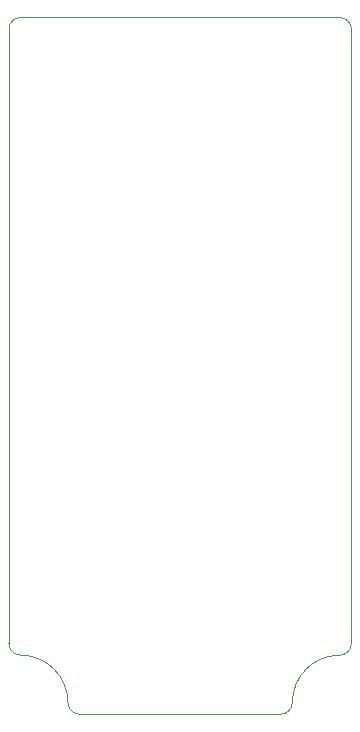
<source format=gm1>
%TF.GenerationSoftware,KiCad,Pcbnew,(6.0.9)*%
%TF.CreationDate,2022-12-02T21:40:22+00:00*%
%TF.ProjectId,PowerManagement,506f7765-724d-4616-9e61-67656d656e74,rev?*%
%TF.SameCoordinates,Original*%
%TF.FileFunction,Profile,NP*%
%FSLAX46Y46*%
G04 Gerber Fmt 4.6, Leading zero omitted, Abs format (unit mm)*
G04 Created by KiCad (PCBNEW (6.0.9)) date 2022-12-02 21:40:22*
%MOMM*%
%LPD*%
G01*
G04 APERTURE LIST*
%TA.AperFunction,Profile*%
%ADD10C,0.050000*%
%TD*%
G04 APERTURE END LIST*
D10*
X21500000Y-20500000D02*
X48500000Y-20500000D01*
X49500000Y-21500000D02*
X49500000Y-73500000D01*
X43500000Y-79500000D02*
X26500000Y-79500000D01*
X20500000Y-73500000D02*
X20500000Y-21500000D01*
X21500000Y-20500000D02*
G75*
G03*
X20500000Y-21500000I0J-1000000D01*
G01*
X49500000Y-21500000D02*
G75*
G03*
X48500000Y-20500000I-1000000J0D01*
G01*
X43500000Y-79500000D02*
G75*
G03*
X44500000Y-78500000I0J1000000D01*
G01*
X25500000Y-78500000D02*
G75*
G03*
X26500000Y-79500000I1000000J0D01*
G01*
X48500000Y-74500000D02*
G75*
G03*
X49500000Y-73500000I0J1000000D01*
G01*
X20500000Y-73500000D02*
G75*
G03*
X21500000Y-74500000I1000000J0D01*
G01*
X25500000Y-78500000D02*
G75*
G03*
X21500000Y-74500000I-4000000J0D01*
G01*
X48500000Y-74500000D02*
G75*
G03*
X44500000Y-78500000I0J-4000000D01*
G01*
M02*

</source>
